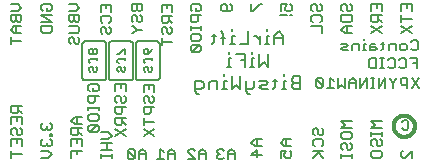
<source format=gbr>
G04 EAGLE Gerber RS-274X export*
G75*
%MOMM*%
%FSLAX34Y34*%
%LPD*%
%INSilkscreen Bottom*%
%IPPOS*%
%AMOC8*
5,1,8,0,0,1.08239X$1,22.5*%
G01*
%ADD10C,0.152400*%
%ADD11C,0.127000*%
%ADD12C,0.177800*%
%ADD13C,0.304800*%
%ADD14C,0.203200*%


D10*
X353060Y91955D02*
X347298Y83312D01*
X353060Y83312D02*
X347298Y91955D01*
X343705Y91955D02*
X343705Y83312D01*
X343705Y91955D02*
X339383Y91955D01*
X337943Y90515D01*
X337943Y87634D01*
X339383Y86193D01*
X343705Y86193D01*
X334350Y90515D02*
X334350Y91955D01*
X334350Y90515D02*
X331469Y87634D01*
X328587Y90515D01*
X328587Y91955D01*
X331469Y87634D02*
X331469Y83312D01*
X324994Y83312D02*
X324994Y91955D01*
X319232Y83312D01*
X319232Y91955D01*
X315639Y83312D02*
X312758Y83312D01*
X314199Y83312D02*
X314199Y91955D01*
X315639Y91955D02*
X312758Y91955D01*
X309402Y91955D02*
X309402Y83312D01*
X303640Y83312D02*
X309402Y91955D01*
X303640Y91955D02*
X303640Y83312D01*
X300047Y83312D02*
X300047Y89074D01*
X297166Y91955D01*
X294285Y89074D01*
X294285Y83312D01*
X294285Y87634D02*
X300047Y87634D01*
X290692Y91955D02*
X290692Y83312D01*
X287811Y86193D01*
X284930Y83312D01*
X284930Y91955D01*
X281337Y89074D02*
X278456Y91955D01*
X278456Y83312D01*
X281337Y83312D02*
X275575Y83312D01*
X271982Y84753D02*
X271982Y90515D01*
X270541Y91955D01*
X267660Y91955D01*
X266219Y90515D01*
X266219Y84753D01*
X267660Y83312D01*
X270541Y83312D01*
X271982Y84753D01*
X266219Y90515D01*
D11*
X313047Y148119D02*
X313047Y154051D01*
X321945Y154051D01*
X321945Y148119D01*
X317496Y151085D02*
X317496Y154051D01*
X321945Y144696D02*
X313047Y144696D01*
X313047Y140247D01*
X314530Y138764D01*
X317496Y138764D01*
X318979Y140247D01*
X318979Y144696D01*
X318979Y141730D02*
X321945Y138764D01*
X321945Y129409D02*
X313047Y135341D01*
X313047Y129409D02*
X321945Y135341D01*
X338447Y148119D02*
X338447Y154051D01*
X347345Y154051D01*
X347345Y148119D01*
X342896Y151085D02*
X342896Y154051D01*
X347345Y141730D02*
X338447Y141730D01*
X338447Y144696D02*
X338447Y138764D01*
X338447Y135341D02*
X347345Y129409D01*
X347345Y135341D02*
X338447Y129409D01*
X296545Y55257D02*
X287647Y55257D01*
X290613Y52292D01*
X287647Y49326D01*
X296545Y49326D01*
X287647Y44419D02*
X287647Y41453D01*
X287647Y44419D02*
X289130Y45902D01*
X295062Y45902D01*
X296545Y44419D01*
X296545Y41453D01*
X295062Y39970D01*
X289130Y39970D01*
X287647Y41453D01*
X287647Y32098D02*
X289130Y30615D01*
X287647Y32098D02*
X287647Y35064D01*
X289130Y36547D01*
X290613Y36547D01*
X292096Y35064D01*
X292096Y32098D01*
X293579Y30615D01*
X295062Y30615D01*
X296545Y32098D01*
X296545Y35064D01*
X295062Y36547D01*
X296545Y27192D02*
X296545Y24226D01*
X296545Y25709D02*
X287647Y25709D01*
X287647Y27192D02*
X287647Y24226D01*
X313047Y55257D02*
X321945Y55257D01*
X316013Y52292D02*
X313047Y55257D01*
X316013Y52292D02*
X313047Y49326D01*
X321945Y49326D01*
X321945Y45902D02*
X321945Y42936D01*
X321945Y44419D02*
X313047Y44419D01*
X313047Y45902D02*
X313047Y42936D01*
X313047Y35217D02*
X314530Y33734D01*
X313047Y35217D02*
X313047Y38183D01*
X314530Y39665D01*
X316013Y39665D01*
X317496Y38183D01*
X317496Y35217D01*
X318979Y33734D01*
X320462Y33734D01*
X321945Y35217D01*
X321945Y38183D01*
X320462Y39665D01*
X313047Y28827D02*
X313047Y25861D01*
X313047Y28827D02*
X314530Y30310D01*
X320462Y30310D01*
X321945Y28827D01*
X321945Y25861D01*
X320462Y24379D01*
X314530Y24379D01*
X313047Y25861D01*
X265000Y43089D02*
X263517Y44572D01*
X263517Y47538D01*
X265000Y49021D01*
X266483Y49021D01*
X267966Y47538D01*
X267966Y44572D01*
X269449Y43089D01*
X270932Y43089D01*
X272415Y44572D01*
X272415Y47538D01*
X270932Y49021D01*
X263517Y35217D02*
X265000Y33734D01*
X263517Y35217D02*
X263517Y38182D01*
X265000Y39665D01*
X270932Y39665D01*
X272415Y38182D01*
X272415Y35217D01*
X270932Y33734D01*
X272415Y30310D02*
X263517Y30310D01*
X269449Y30310D02*
X263517Y24378D01*
X267966Y28827D02*
X272415Y24378D01*
X35130Y148373D02*
X33647Y149856D01*
X33647Y152822D01*
X35130Y154305D01*
X41062Y154305D01*
X42545Y152822D01*
X42545Y149856D01*
X41062Y148373D01*
X38096Y148373D01*
X38096Y151339D01*
X42545Y144950D02*
X33647Y144950D01*
X42545Y139018D01*
X33647Y139018D01*
X33647Y135595D02*
X42545Y135595D01*
X42545Y131146D01*
X41062Y129663D01*
X35130Y129663D01*
X33647Y131146D01*
X33647Y135595D01*
X160139Y149602D02*
X161622Y148119D01*
X160139Y149602D02*
X160139Y152568D01*
X161622Y154051D01*
X167554Y154051D01*
X169037Y152568D01*
X169037Y149602D01*
X167554Y148119D01*
X164588Y148119D01*
X164588Y151085D01*
X169037Y144696D02*
X160139Y144696D01*
X160139Y140247D01*
X161622Y138764D01*
X164588Y138764D01*
X166071Y140247D01*
X166071Y144696D01*
X169037Y135341D02*
X169037Y132375D01*
X169037Y133858D02*
X160139Y133858D01*
X160139Y135341D02*
X160139Y132375D01*
X160139Y127621D02*
X160139Y124655D01*
X160139Y127621D02*
X161622Y129104D01*
X167554Y129104D01*
X169037Y127621D01*
X169037Y124655D01*
X167554Y123172D01*
X161622Y123172D01*
X160139Y124655D01*
X161622Y119749D02*
X167554Y119749D01*
X161622Y119749D02*
X160139Y118266D01*
X160139Y115300D01*
X161622Y113817D01*
X167554Y113817D01*
X169037Y115300D01*
X169037Y118266D01*
X167554Y119749D01*
X161622Y113817D01*
X83939Y147865D02*
X83939Y153797D01*
X92837Y153797D01*
X92837Y147865D01*
X88388Y150831D02*
X88388Y153797D01*
X83939Y139993D02*
X85422Y138510D01*
X83939Y139993D02*
X83939Y142959D01*
X85422Y144442D01*
X91354Y144442D01*
X92837Y142959D01*
X92837Y139993D01*
X91354Y138510D01*
X83939Y130638D02*
X85422Y129155D01*
X83939Y130638D02*
X83939Y133604D01*
X85422Y135087D01*
X86905Y135087D01*
X88388Y133604D01*
X88388Y130638D01*
X89871Y129155D01*
X91354Y129155D01*
X92837Y130638D01*
X92837Y133604D01*
X91354Y135087D01*
X110101Y154051D02*
X118999Y154051D01*
X110101Y154051D02*
X110101Y149602D01*
X111584Y148119D01*
X113067Y148119D01*
X114550Y149602D01*
X116033Y148119D01*
X117516Y148119D01*
X118999Y149602D01*
X118999Y154051D01*
X114550Y154051D02*
X114550Y149602D01*
X110101Y140247D02*
X111584Y138764D01*
X110101Y140247D02*
X110101Y143213D01*
X111584Y144696D01*
X113067Y144696D01*
X114550Y143213D01*
X114550Y140247D01*
X116033Y138764D01*
X117516Y138764D01*
X118999Y140247D01*
X118999Y143213D01*
X117516Y144696D01*
X111584Y135341D02*
X110101Y135341D01*
X111584Y135341D02*
X114550Y132375D01*
X111584Y129409D01*
X110101Y129409D01*
X114550Y132375D02*
X118999Y132375D01*
X135501Y147611D02*
X135501Y153543D01*
X144399Y153543D01*
X144399Y147611D01*
X139950Y150577D02*
X139950Y153543D01*
X144399Y144188D02*
X135501Y144188D01*
X135501Y139739D01*
X136984Y138256D01*
X139950Y138256D01*
X141433Y139739D01*
X141433Y144188D01*
X141433Y141222D02*
X144399Y138256D01*
X135501Y130384D02*
X136984Y128901D01*
X135501Y130384D02*
X135501Y133350D01*
X136984Y134833D01*
X138467Y134833D01*
X139950Y133350D01*
X139950Y130384D01*
X141433Y128901D01*
X142916Y128901D01*
X144399Y130384D01*
X144399Y133350D01*
X142916Y134833D01*
X144399Y122512D02*
X135501Y122512D01*
X135501Y125477D02*
X135501Y119546D01*
X287647Y149602D02*
X289130Y148119D01*
X287647Y149602D02*
X287647Y152568D01*
X289130Y154051D01*
X290613Y154051D01*
X292096Y152568D01*
X292096Y149602D01*
X293579Y148119D01*
X295062Y148119D01*
X296545Y149602D01*
X296545Y152568D01*
X295062Y154051D01*
X296545Y144696D02*
X287647Y144696D01*
X296545Y144696D02*
X296545Y140247D01*
X295062Y138764D01*
X289130Y138764D01*
X287647Y140247D01*
X287647Y144696D01*
X290613Y135341D02*
X296545Y135341D01*
X290613Y135341D02*
X287647Y132375D01*
X290613Y129409D01*
X296545Y129409D01*
X292096Y129409D02*
X292096Y135341D01*
X263730Y148119D02*
X262247Y149602D01*
X262247Y152568D01*
X263730Y154051D01*
X265213Y154051D01*
X266696Y152568D01*
X266696Y149602D01*
X268179Y148119D01*
X269662Y148119D01*
X271145Y149602D01*
X271145Y152568D01*
X269662Y154051D01*
X262247Y140247D02*
X263730Y138764D01*
X262247Y140247D02*
X262247Y143213D01*
X263730Y144696D01*
X269662Y144696D01*
X271145Y143213D01*
X271145Y140247D01*
X269662Y138764D01*
X271145Y135341D02*
X262247Y135341D01*
X271145Y135341D02*
X271145Y129409D01*
X13925Y154305D02*
X7993Y154305D01*
X13925Y154305D02*
X16891Y151339D01*
X13925Y148373D01*
X7993Y148373D01*
X7993Y144950D02*
X16891Y144950D01*
X7993Y144950D02*
X7993Y140501D01*
X9476Y139018D01*
X10959Y139018D01*
X12442Y140501D01*
X13925Y139018D01*
X15408Y139018D01*
X16891Y140501D01*
X16891Y144950D01*
X12442Y144950D02*
X12442Y140501D01*
X10959Y135595D02*
X16891Y135595D01*
X10959Y135595D02*
X7993Y132629D01*
X10959Y129663D01*
X16891Y129663D01*
X12442Y129663D02*
X12442Y135595D01*
X16891Y123274D02*
X7993Y123274D01*
X7993Y126239D02*
X7993Y120308D01*
X57015Y154305D02*
X62947Y154305D01*
X65913Y151339D01*
X62947Y148373D01*
X57015Y148373D01*
X57015Y144950D02*
X65913Y144950D01*
X57015Y144950D02*
X57015Y140501D01*
X58498Y139018D01*
X59981Y139018D01*
X61464Y140501D01*
X62947Y139018D01*
X64430Y139018D01*
X65913Y140501D01*
X65913Y144950D01*
X61464Y144950D02*
X61464Y140501D01*
X64430Y135595D02*
X57015Y135595D01*
X64430Y135595D02*
X65913Y134112D01*
X65913Y131146D01*
X64430Y129663D01*
X57015Y129663D01*
X57015Y121791D02*
X58498Y120308D01*
X57015Y121791D02*
X57015Y124757D01*
X58498Y126239D01*
X59981Y126239D01*
X61464Y124757D01*
X61464Y121791D01*
X62947Y120308D01*
X64430Y120308D01*
X65913Y121791D01*
X65913Y124757D01*
X64430Y126239D01*
X193462Y154051D02*
X194945Y152568D01*
X194945Y149602D01*
X193462Y148119D01*
X187530Y148119D01*
X186047Y149602D01*
X186047Y152568D01*
X187530Y154051D01*
X189013Y154051D01*
X190496Y152568D01*
X190496Y148119D01*
X211447Y148119D02*
X211447Y154051D01*
X211447Y148119D02*
X212930Y148119D01*
X218862Y154051D01*
X220345Y154051D01*
X236847Y154051D02*
X236847Y148119D01*
X236847Y154051D02*
X241296Y154051D01*
X239813Y151085D01*
X239813Y149602D01*
X241296Y148119D01*
X244262Y148119D01*
X245745Y149602D01*
X245745Y152568D01*
X244262Y154051D01*
X244262Y144696D02*
X245745Y144696D01*
X241296Y144696D02*
X235364Y144696D01*
X347345Y30310D02*
X347345Y24378D01*
X347345Y30310D02*
X341413Y24378D01*
X339930Y24378D01*
X338447Y25861D01*
X338447Y28827D01*
X339930Y30310D01*
X245491Y39665D02*
X239559Y39665D01*
X236593Y36700D01*
X239559Y33734D01*
X245491Y33734D01*
X241042Y33734D02*
X241042Y39665D01*
X236593Y30310D02*
X236593Y24378D01*
X236593Y30310D02*
X241042Y30310D01*
X239559Y27344D01*
X239559Y25861D01*
X241042Y24378D01*
X244008Y24378D01*
X245491Y25861D01*
X245491Y28827D01*
X244008Y30310D01*
X220345Y39919D02*
X214413Y39919D01*
X211447Y36954D01*
X214413Y33988D01*
X220345Y33988D01*
X215896Y33988D02*
X215896Y39919D01*
X220345Y26115D02*
X211447Y26115D01*
X215896Y30564D01*
X215896Y24632D01*
X197653Y22860D02*
X197653Y28792D01*
X194688Y31758D01*
X191722Y28792D01*
X191722Y22860D01*
X191722Y27309D02*
X197653Y27309D01*
X188298Y30275D02*
X186815Y31758D01*
X183849Y31758D01*
X182366Y30275D01*
X182366Y28792D01*
X183849Y27309D01*
X185332Y27309D01*
X183849Y27309D02*
X182366Y25826D01*
X182366Y24343D01*
X183849Y22860D01*
X186815Y22860D01*
X188298Y24343D01*
X173015Y22860D02*
X173015Y28792D01*
X170050Y31758D01*
X167084Y28792D01*
X167084Y22860D01*
X167084Y27309D02*
X173015Y27309D01*
X163660Y22860D02*
X157728Y22860D01*
X163660Y22860D02*
X157728Y28792D01*
X157728Y30275D01*
X159211Y31758D01*
X162177Y31758D01*
X163660Y30275D01*
X146599Y28792D02*
X146599Y22860D01*
X146599Y28792D02*
X143634Y31758D01*
X140668Y28792D01*
X140668Y22860D01*
X140668Y27309D02*
X146599Y27309D01*
X137244Y28792D02*
X134278Y31758D01*
X134278Y22860D01*
X137244Y22860D02*
X131312Y22860D01*
X122047Y22860D02*
X122047Y28792D01*
X119081Y31758D01*
X116115Y28792D01*
X116115Y22860D01*
X116115Y27309D02*
X122047Y27309D01*
X112692Y24343D02*
X112692Y30275D01*
X111209Y31758D01*
X108243Y31758D01*
X106760Y30275D01*
X106760Y24343D01*
X108243Y22860D01*
X111209Y22860D01*
X112692Y24343D01*
X106760Y30275D01*
X90379Y45902D02*
X84447Y45902D01*
X90379Y45902D02*
X93345Y42936D01*
X90379Y39970D01*
X84447Y39970D01*
X84447Y36547D02*
X93345Y36547D01*
X88896Y36547D02*
X88896Y30615D01*
X84447Y30615D02*
X93345Y30615D01*
X93345Y27192D02*
X93345Y24226D01*
X93345Y25709D02*
X84447Y25709D01*
X84447Y27192D02*
X84447Y24226D01*
X67945Y58376D02*
X62013Y58376D01*
X59047Y55410D01*
X62013Y52444D01*
X67945Y52444D01*
X63496Y52444D02*
X63496Y58376D01*
X67945Y49021D02*
X59047Y49021D01*
X59047Y44572D01*
X60530Y43089D01*
X63496Y43089D01*
X64979Y44572D01*
X64979Y49021D01*
X64979Y46055D02*
X67945Y43089D01*
X59047Y39665D02*
X59047Y33734D01*
X59047Y39665D02*
X67945Y39665D01*
X67945Y33734D01*
X63496Y36700D02*
X63496Y39665D01*
X67945Y30310D02*
X59047Y30310D01*
X59047Y24379D01*
X63496Y27344D02*
X63496Y30310D01*
X35130Y53698D02*
X33647Y52215D01*
X33647Y49249D01*
X35130Y47766D01*
X36613Y47766D01*
X38096Y49249D01*
X38096Y50732D01*
X38096Y49249D02*
X39579Y47766D01*
X41062Y47766D01*
X42545Y49249D01*
X42545Y52215D01*
X41062Y53698D01*
X41062Y44343D02*
X42545Y44343D01*
X41062Y44343D02*
X41062Y42860D01*
X42545Y42860D01*
X42545Y44343D01*
X35130Y39665D02*
X33647Y38182D01*
X33647Y35217D01*
X35130Y33734D01*
X36613Y33734D01*
X38096Y35217D01*
X38096Y36700D01*
X38096Y35217D02*
X39579Y33734D01*
X41062Y33734D01*
X42545Y35217D01*
X42545Y38182D01*
X41062Y39665D01*
X39579Y30310D02*
X33647Y30310D01*
X39579Y30310D02*
X42545Y27344D01*
X39579Y24378D01*
X33647Y24378D01*
X17145Y67731D02*
X8247Y67731D01*
X8247Y63282D01*
X9730Y61799D01*
X12696Y61799D01*
X14179Y63282D01*
X14179Y67731D01*
X14179Y64765D02*
X17145Y61799D01*
X8247Y58376D02*
X8247Y52444D01*
X8247Y58376D02*
X17145Y58376D01*
X17145Y52444D01*
X12696Y55410D02*
X12696Y58376D01*
X8247Y44572D02*
X9730Y43089D01*
X8247Y44572D02*
X8247Y47538D01*
X9730Y49021D01*
X11213Y49021D01*
X12696Y47538D01*
X12696Y44572D01*
X14179Y43089D01*
X15662Y43089D01*
X17145Y44572D01*
X17145Y47538D01*
X15662Y49021D01*
X8247Y39665D02*
X8247Y33734D01*
X8247Y39665D02*
X17145Y39665D01*
X17145Y33734D01*
X12696Y36700D02*
X12696Y39665D01*
X17145Y27344D02*
X8247Y27344D01*
X8247Y24379D02*
X8247Y30310D01*
X73271Y81784D02*
X74754Y80301D01*
X73271Y81784D02*
X73271Y84750D01*
X74754Y86233D01*
X80686Y86233D01*
X82169Y84750D01*
X82169Y81784D01*
X80686Y80301D01*
X77720Y80301D01*
X77720Y83267D01*
X82169Y76878D02*
X73271Y76878D01*
X73271Y72429D01*
X74754Y70946D01*
X77720Y70946D01*
X79203Y72429D01*
X79203Y76878D01*
X82169Y67523D02*
X82169Y64557D01*
X82169Y66040D02*
X73271Y66040D01*
X73271Y67523D02*
X73271Y64557D01*
X73271Y59803D02*
X73271Y56837D01*
X73271Y59803D02*
X74754Y61286D01*
X80686Y61286D01*
X82169Y59803D01*
X82169Y56837D01*
X80686Y55354D01*
X74754Y55354D01*
X73271Y56837D01*
X74754Y51931D02*
X80686Y51931D01*
X74754Y51931D02*
X73271Y50448D01*
X73271Y47482D01*
X74754Y45999D01*
X80686Y45999D01*
X82169Y47482D01*
X82169Y50448D01*
X80686Y51931D01*
X74754Y45999D01*
X120261Y79793D02*
X120261Y85725D01*
X129159Y85725D01*
X129159Y79793D01*
X124710Y82759D02*
X124710Y85725D01*
X120261Y71921D02*
X121744Y70438D01*
X120261Y71921D02*
X120261Y74887D01*
X121744Y76370D01*
X123227Y76370D01*
X124710Y74887D01*
X124710Y71921D01*
X126193Y70438D01*
X127676Y70438D01*
X129159Y71921D01*
X129159Y74887D01*
X127676Y76370D01*
X129159Y67015D02*
X120261Y67015D01*
X120261Y62566D01*
X121744Y61083D01*
X124710Y61083D01*
X126193Y62566D01*
X126193Y67015D01*
X129159Y54694D02*
X120261Y54694D01*
X120261Y57659D02*
X120261Y51728D01*
X120261Y48304D02*
X129159Y42373D01*
X129159Y48304D02*
X120261Y42373D01*
X96385Y80301D02*
X96385Y86233D01*
X105283Y86233D01*
X105283Y80301D01*
X100834Y83267D02*
X100834Y86233D01*
X96385Y72429D02*
X97868Y70946D01*
X96385Y72429D02*
X96385Y75395D01*
X97868Y76878D01*
X99351Y76878D01*
X100834Y75395D01*
X100834Y72429D01*
X102317Y70946D01*
X103800Y70946D01*
X105283Y72429D01*
X105283Y75395D01*
X103800Y76878D01*
X105283Y67523D02*
X96385Y67523D01*
X96385Y63074D01*
X97868Y61591D01*
X100834Y61591D01*
X102317Y63074D01*
X102317Y67523D01*
X105283Y58167D02*
X96385Y58167D01*
X96385Y53719D01*
X97868Y52236D01*
X100834Y52236D01*
X102317Y53719D01*
X102317Y58167D01*
X102317Y55202D02*
X105283Y52236D01*
X105283Y42881D02*
X96385Y48812D01*
X96385Y42881D02*
X105283Y48812D01*
D10*
X351536Y99822D02*
X351536Y108465D01*
X345774Y108465D01*
X348655Y104144D02*
X351536Y104144D01*
X337859Y108465D02*
X336419Y107025D01*
X337859Y108465D02*
X340740Y108465D01*
X342181Y107025D01*
X342181Y101263D01*
X340740Y99822D01*
X337859Y99822D01*
X336419Y101263D01*
X328504Y108465D02*
X327063Y107025D01*
X328504Y108465D02*
X331385Y108465D01*
X332826Y107025D01*
X332826Y101263D01*
X331385Y99822D01*
X328504Y99822D01*
X327063Y101263D01*
X323470Y99822D02*
X320589Y99822D01*
X322030Y99822D02*
X322030Y108465D01*
X323470Y108465D02*
X320589Y108465D01*
X317234Y108465D02*
X317234Y99822D01*
X312912Y99822D01*
X311471Y101263D01*
X311471Y107025D01*
X312912Y108465D01*
X317234Y108465D01*
X346536Y122265D02*
X347976Y123705D01*
X350857Y123705D01*
X352298Y122265D01*
X352298Y116503D01*
X350857Y115062D01*
X347976Y115062D01*
X346536Y116503D01*
X341502Y115062D02*
X338621Y115062D01*
X337181Y116503D01*
X337181Y119384D01*
X338621Y120824D01*
X341502Y120824D01*
X342943Y119384D01*
X342943Y116503D01*
X341502Y115062D01*
X333588Y115062D02*
X333588Y120824D01*
X329266Y120824D01*
X327825Y119384D01*
X327825Y115062D01*
X322792Y116503D02*
X322792Y122265D01*
X322792Y116503D02*
X321351Y115062D01*
X321351Y120824D02*
X324232Y120824D01*
X316555Y120824D02*
X313674Y120824D01*
X312233Y119384D01*
X312233Y115062D01*
X316555Y115062D01*
X317996Y116503D01*
X316555Y117943D01*
X312233Y117943D01*
X308640Y120824D02*
X307200Y120824D01*
X307200Y115062D01*
X308640Y115062D02*
X305759Y115062D01*
X307200Y123705D02*
X307200Y125146D01*
X302404Y120824D02*
X302404Y115062D01*
X302404Y120824D02*
X298082Y120824D01*
X296641Y119384D01*
X296641Y115062D01*
X293049Y115062D02*
X288727Y115062D01*
X287286Y116503D01*
X288727Y117943D01*
X291608Y117943D01*
X293049Y119384D01*
X291608Y120824D01*
X287286Y120824D01*
D12*
X238280Y120269D02*
X238280Y127557D01*
X234636Y131200D01*
X230992Y127557D01*
X230992Y120269D01*
X230992Y125735D02*
X238280Y125735D01*
X226586Y127557D02*
X224764Y127557D01*
X224764Y120269D01*
X226586Y120269D02*
X222942Y120269D01*
X224764Y131200D02*
X224764Y133022D01*
X218790Y127557D02*
X218790Y120269D01*
X218790Y123913D02*
X215146Y127557D01*
X213324Y127557D01*
X209045Y131200D02*
X209045Y120269D01*
X201757Y120269D01*
X197351Y127557D02*
X195529Y127557D01*
X195529Y120269D01*
X197351Y120269D02*
X193707Y120269D01*
X195529Y131200D02*
X195529Y133022D01*
X187733Y129378D02*
X187733Y120269D01*
X187733Y129378D02*
X185911Y131200D01*
X185911Y125735D02*
X189555Y125735D01*
X179937Y129378D02*
X179937Y122091D01*
X178115Y120269D01*
X178115Y127557D02*
X181759Y127557D01*
X225611Y112150D02*
X225611Y101219D01*
X221967Y104863D01*
X218323Y101219D01*
X218323Y112150D01*
X213917Y108507D02*
X212095Y108507D01*
X212095Y101219D01*
X213917Y101219D02*
X210273Y101219D01*
X212095Y112150D02*
X212095Y113972D01*
X206121Y112150D02*
X206121Y101219D01*
X206121Y112150D02*
X198834Y112150D01*
X202477Y106685D02*
X206121Y106685D01*
X194427Y108507D02*
X192605Y108507D01*
X192605Y101219D01*
X194427Y101219D02*
X190783Y101219D01*
X192605Y112150D02*
X192605Y113972D01*
X252897Y93100D02*
X252897Y82169D01*
X252897Y93100D02*
X247431Y93100D01*
X245609Y91278D01*
X245609Y89457D01*
X247431Y87635D01*
X245609Y85813D01*
X245609Y83991D01*
X247431Y82169D01*
X252897Y82169D01*
X252897Y87635D02*
X247431Y87635D01*
X241203Y89457D02*
X239381Y89457D01*
X239381Y82169D01*
X241203Y82169D02*
X237559Y82169D01*
X239381Y93100D02*
X239381Y94922D01*
X231585Y91278D02*
X231585Y83991D01*
X229763Y82169D01*
X229763Y89457D02*
X233407Y89457D01*
X225611Y82169D02*
X220145Y82169D01*
X218324Y83991D01*
X220145Y85813D01*
X223789Y85813D01*
X225611Y87635D01*
X223789Y89457D01*
X218324Y89457D01*
X213917Y89457D02*
X213917Y83991D01*
X212095Y82169D01*
X206630Y82169D01*
X206630Y80347D02*
X206630Y89457D01*
X206630Y80347D02*
X208451Y78525D01*
X210273Y78525D01*
X202223Y82169D02*
X202223Y93100D01*
X198579Y85813D02*
X202223Y82169D01*
X198579Y85813D02*
X194936Y82169D01*
X194936Y93100D01*
X190529Y89457D02*
X188707Y89457D01*
X188707Y82169D01*
X190529Y82169D02*
X186885Y82169D01*
X188707Y93100D02*
X188707Y94922D01*
X182733Y89457D02*
X182733Y82169D01*
X182733Y89457D02*
X177268Y89457D01*
X175446Y87635D01*
X175446Y82169D01*
X167395Y78525D02*
X165574Y78525D01*
X163752Y80347D01*
X163752Y89457D01*
X169217Y89457D01*
X171039Y87635D01*
X171039Y83991D01*
X169217Y82169D01*
X163752Y82169D01*
D13*
X332015Y50800D02*
X332018Y51020D01*
X332026Y51241D01*
X332039Y51461D01*
X332058Y51680D01*
X332083Y51899D01*
X332112Y52118D01*
X332147Y52335D01*
X332188Y52552D01*
X332233Y52768D01*
X332284Y52982D01*
X332340Y53195D01*
X332402Y53407D01*
X332468Y53617D01*
X332540Y53825D01*
X332617Y54032D01*
X332699Y54236D01*
X332785Y54439D01*
X332877Y54639D01*
X332974Y54838D01*
X333075Y55033D01*
X333182Y55226D01*
X333293Y55417D01*
X333408Y55604D01*
X333528Y55789D01*
X333653Y55971D01*
X333782Y56149D01*
X333916Y56325D01*
X334053Y56497D01*
X334195Y56665D01*
X334341Y56831D01*
X334491Y56992D01*
X334645Y57150D01*
X334803Y57304D01*
X334964Y57454D01*
X335130Y57600D01*
X335298Y57742D01*
X335470Y57879D01*
X335646Y58013D01*
X335824Y58142D01*
X336006Y58267D01*
X336191Y58387D01*
X336378Y58502D01*
X336569Y58613D01*
X336762Y58720D01*
X336957Y58821D01*
X337156Y58918D01*
X337356Y59010D01*
X337559Y59096D01*
X337763Y59178D01*
X337970Y59255D01*
X338178Y59327D01*
X338388Y59393D01*
X338600Y59455D01*
X338813Y59511D01*
X339027Y59562D01*
X339243Y59607D01*
X339460Y59648D01*
X339677Y59683D01*
X339896Y59712D01*
X340115Y59737D01*
X340334Y59756D01*
X340554Y59769D01*
X340775Y59777D01*
X340995Y59780D01*
X341215Y59777D01*
X341436Y59769D01*
X341656Y59756D01*
X341875Y59737D01*
X342094Y59712D01*
X342313Y59683D01*
X342530Y59648D01*
X342747Y59607D01*
X342963Y59562D01*
X343177Y59511D01*
X343390Y59455D01*
X343602Y59393D01*
X343812Y59327D01*
X344020Y59255D01*
X344227Y59178D01*
X344431Y59096D01*
X344634Y59010D01*
X344834Y58918D01*
X345033Y58821D01*
X345228Y58720D01*
X345421Y58613D01*
X345612Y58502D01*
X345799Y58387D01*
X345984Y58267D01*
X346166Y58142D01*
X346344Y58013D01*
X346520Y57879D01*
X346692Y57742D01*
X346860Y57600D01*
X347026Y57454D01*
X347187Y57304D01*
X347345Y57150D01*
X347499Y56992D01*
X347649Y56831D01*
X347795Y56665D01*
X347937Y56497D01*
X348074Y56325D01*
X348208Y56149D01*
X348337Y55971D01*
X348462Y55789D01*
X348582Y55604D01*
X348697Y55417D01*
X348808Y55226D01*
X348915Y55033D01*
X349016Y54838D01*
X349113Y54639D01*
X349205Y54439D01*
X349291Y54236D01*
X349373Y54032D01*
X349450Y53825D01*
X349522Y53617D01*
X349588Y53407D01*
X349650Y53195D01*
X349706Y52982D01*
X349757Y52768D01*
X349802Y52552D01*
X349843Y52335D01*
X349878Y52118D01*
X349907Y51899D01*
X349932Y51680D01*
X349951Y51461D01*
X349964Y51241D01*
X349972Y51020D01*
X349975Y50800D01*
X349972Y50580D01*
X349964Y50359D01*
X349951Y50139D01*
X349932Y49920D01*
X349907Y49701D01*
X349878Y49482D01*
X349843Y49265D01*
X349802Y49048D01*
X349757Y48832D01*
X349706Y48618D01*
X349650Y48405D01*
X349588Y48193D01*
X349522Y47983D01*
X349450Y47775D01*
X349373Y47568D01*
X349291Y47364D01*
X349205Y47161D01*
X349113Y46961D01*
X349016Y46762D01*
X348915Y46567D01*
X348808Y46374D01*
X348697Y46183D01*
X348582Y45996D01*
X348462Y45811D01*
X348337Y45629D01*
X348208Y45451D01*
X348074Y45275D01*
X347937Y45103D01*
X347795Y44935D01*
X347649Y44769D01*
X347499Y44608D01*
X347345Y44450D01*
X347187Y44296D01*
X347026Y44146D01*
X346860Y44000D01*
X346692Y43858D01*
X346520Y43721D01*
X346344Y43587D01*
X346166Y43458D01*
X345984Y43333D01*
X345799Y43213D01*
X345612Y43098D01*
X345421Y42987D01*
X345228Y42880D01*
X345033Y42779D01*
X344834Y42682D01*
X344634Y42590D01*
X344431Y42504D01*
X344227Y42422D01*
X344020Y42345D01*
X343812Y42273D01*
X343602Y42207D01*
X343390Y42145D01*
X343177Y42089D01*
X342963Y42038D01*
X342747Y41993D01*
X342530Y41952D01*
X342313Y41917D01*
X342094Y41888D01*
X341875Y41863D01*
X341656Y41844D01*
X341436Y41831D01*
X341215Y41823D01*
X340995Y41820D01*
X340775Y41823D01*
X340554Y41831D01*
X340334Y41844D01*
X340115Y41863D01*
X339896Y41888D01*
X339677Y41917D01*
X339460Y41952D01*
X339243Y41993D01*
X339027Y42038D01*
X338813Y42089D01*
X338600Y42145D01*
X338388Y42207D01*
X338178Y42273D01*
X337970Y42345D01*
X337763Y42422D01*
X337559Y42504D01*
X337356Y42590D01*
X337156Y42682D01*
X336957Y42779D01*
X336762Y42880D01*
X336569Y42987D01*
X336378Y43098D01*
X336191Y43213D01*
X336006Y43333D01*
X335824Y43458D01*
X335646Y43587D01*
X335470Y43721D01*
X335298Y43858D01*
X335130Y44000D01*
X334964Y44146D01*
X334803Y44296D01*
X334645Y44450D01*
X334491Y44608D01*
X334341Y44769D01*
X334195Y44935D01*
X334053Y45103D01*
X333916Y45275D01*
X333782Y45451D01*
X333653Y45629D01*
X333528Y45811D01*
X333408Y45996D01*
X333293Y46183D01*
X333182Y46374D01*
X333075Y46567D01*
X332974Y46762D01*
X332877Y46961D01*
X332785Y47161D01*
X332699Y47364D01*
X332617Y47568D01*
X332540Y47775D01*
X332468Y47983D01*
X332402Y48193D01*
X332340Y48405D01*
X332284Y48618D01*
X332233Y48832D01*
X332188Y49048D01*
X332147Y49265D01*
X332112Y49482D01*
X332083Y49701D01*
X332058Y49920D01*
X332039Y50139D01*
X332026Y50359D01*
X332018Y50580D01*
X332015Y50800D01*
D14*
X339085Y54785D02*
X340441Y56141D01*
X343152Y56141D01*
X344508Y54785D01*
X344508Y49362D01*
X343152Y48006D01*
X340441Y48006D01*
X339085Y49362D01*
X113538Y92456D02*
X113538Y120396D01*
X131318Y122936D02*
X131418Y122934D01*
X131517Y122928D01*
X131617Y122918D01*
X131715Y122905D01*
X131814Y122887D01*
X131911Y122866D01*
X132007Y122841D01*
X132103Y122812D01*
X132197Y122779D01*
X132290Y122743D01*
X132381Y122703D01*
X132471Y122659D01*
X132559Y122612D01*
X132645Y122562D01*
X132729Y122508D01*
X132811Y122451D01*
X132890Y122391D01*
X132968Y122327D01*
X133042Y122261D01*
X133114Y122192D01*
X133183Y122120D01*
X133249Y122046D01*
X133313Y121968D01*
X133373Y121889D01*
X133430Y121807D01*
X133484Y121723D01*
X133534Y121637D01*
X133581Y121549D01*
X133625Y121459D01*
X133665Y121368D01*
X133701Y121275D01*
X133734Y121181D01*
X133763Y121085D01*
X133788Y120989D01*
X133809Y120892D01*
X133827Y120793D01*
X133840Y120695D01*
X133850Y120595D01*
X133856Y120496D01*
X133858Y120396D01*
X133858Y92456D02*
X133856Y92356D01*
X133850Y92257D01*
X133840Y92157D01*
X133827Y92059D01*
X133809Y91960D01*
X133788Y91863D01*
X133763Y91767D01*
X133734Y91671D01*
X133701Y91577D01*
X133665Y91484D01*
X133625Y91393D01*
X133581Y91303D01*
X133534Y91215D01*
X133484Y91129D01*
X133430Y91045D01*
X133373Y90963D01*
X133313Y90884D01*
X133249Y90806D01*
X133183Y90732D01*
X133114Y90660D01*
X133042Y90591D01*
X132968Y90525D01*
X132890Y90461D01*
X132811Y90401D01*
X132729Y90344D01*
X132645Y90290D01*
X132559Y90240D01*
X132471Y90193D01*
X132381Y90149D01*
X132290Y90109D01*
X132197Y90073D01*
X132103Y90040D01*
X132007Y90011D01*
X131911Y89986D01*
X131814Y89965D01*
X131715Y89947D01*
X131617Y89934D01*
X131517Y89924D01*
X131418Y89918D01*
X131318Y89916D01*
X116078Y89916D02*
X115978Y89918D01*
X115879Y89924D01*
X115779Y89934D01*
X115681Y89947D01*
X115582Y89965D01*
X115485Y89986D01*
X115389Y90011D01*
X115293Y90040D01*
X115199Y90073D01*
X115106Y90109D01*
X115015Y90149D01*
X114925Y90193D01*
X114837Y90240D01*
X114751Y90290D01*
X114667Y90344D01*
X114585Y90401D01*
X114506Y90461D01*
X114428Y90525D01*
X114354Y90591D01*
X114282Y90660D01*
X114213Y90732D01*
X114147Y90806D01*
X114083Y90884D01*
X114023Y90963D01*
X113966Y91045D01*
X113912Y91129D01*
X113862Y91215D01*
X113815Y91303D01*
X113771Y91393D01*
X113731Y91484D01*
X113695Y91577D01*
X113662Y91671D01*
X113633Y91767D01*
X113608Y91863D01*
X113587Y91960D01*
X113569Y92059D01*
X113556Y92157D01*
X113546Y92257D01*
X113540Y92356D01*
X113538Y92456D01*
X113538Y120396D02*
X113540Y120496D01*
X113546Y120595D01*
X113556Y120695D01*
X113569Y120793D01*
X113587Y120892D01*
X113608Y120989D01*
X113633Y121085D01*
X113662Y121181D01*
X113695Y121275D01*
X113731Y121368D01*
X113771Y121459D01*
X113815Y121549D01*
X113862Y121637D01*
X113912Y121723D01*
X113966Y121807D01*
X114023Y121889D01*
X114083Y121968D01*
X114147Y122046D01*
X114213Y122120D01*
X114282Y122192D01*
X114354Y122261D01*
X114428Y122327D01*
X114506Y122391D01*
X114585Y122451D01*
X114667Y122508D01*
X114751Y122562D01*
X114837Y122612D01*
X114925Y122659D01*
X115015Y122703D01*
X115106Y122743D01*
X115199Y122779D01*
X115293Y122812D01*
X115389Y122841D01*
X115485Y122866D01*
X115582Y122887D01*
X115681Y122905D01*
X115779Y122918D01*
X115879Y122928D01*
X115978Y122934D01*
X116078Y122936D01*
X131318Y122936D01*
X131318Y89916D02*
X116078Y89916D01*
X133858Y92456D02*
X133858Y120396D01*
D10*
X126158Y101434D02*
X127260Y100333D01*
X127260Y98130D01*
X126158Y97028D01*
X125056Y97028D01*
X123955Y98130D01*
X123955Y100333D01*
X122853Y101434D01*
X121752Y101434D01*
X120650Y100333D01*
X120650Y98130D01*
X121752Y97028D01*
X121752Y104512D02*
X120650Y105614D01*
X120650Y106715D01*
X121752Y107817D01*
X127260Y107817D01*
X127260Y106715D02*
X127260Y108919D01*
X126158Y114199D02*
X127260Y116403D01*
X126158Y114199D02*
X123955Y111996D01*
X121752Y111996D01*
X120650Y113098D01*
X120650Y115301D01*
X121752Y116403D01*
X122853Y116403D01*
X123955Y115301D01*
X123955Y111996D01*
D14*
X90932Y120396D02*
X90932Y92456D01*
X111252Y120396D02*
X111250Y120496D01*
X111244Y120595D01*
X111234Y120695D01*
X111221Y120793D01*
X111203Y120892D01*
X111182Y120989D01*
X111157Y121085D01*
X111128Y121181D01*
X111095Y121275D01*
X111059Y121368D01*
X111019Y121459D01*
X110975Y121549D01*
X110928Y121637D01*
X110878Y121723D01*
X110824Y121807D01*
X110767Y121889D01*
X110707Y121968D01*
X110643Y122046D01*
X110577Y122120D01*
X110508Y122192D01*
X110436Y122261D01*
X110362Y122327D01*
X110284Y122391D01*
X110205Y122451D01*
X110123Y122508D01*
X110039Y122562D01*
X109953Y122612D01*
X109865Y122659D01*
X109775Y122703D01*
X109684Y122743D01*
X109591Y122779D01*
X109497Y122812D01*
X109401Y122841D01*
X109305Y122866D01*
X109208Y122887D01*
X109109Y122905D01*
X109011Y122918D01*
X108911Y122928D01*
X108812Y122934D01*
X108712Y122936D01*
X111252Y92456D02*
X111250Y92356D01*
X111244Y92257D01*
X111234Y92157D01*
X111221Y92059D01*
X111203Y91960D01*
X111182Y91863D01*
X111157Y91767D01*
X111128Y91671D01*
X111095Y91577D01*
X111059Y91484D01*
X111019Y91393D01*
X110975Y91303D01*
X110928Y91215D01*
X110878Y91129D01*
X110824Y91045D01*
X110767Y90963D01*
X110707Y90884D01*
X110643Y90806D01*
X110577Y90732D01*
X110508Y90660D01*
X110436Y90591D01*
X110362Y90525D01*
X110284Y90461D01*
X110205Y90401D01*
X110123Y90344D01*
X110039Y90290D01*
X109953Y90240D01*
X109865Y90193D01*
X109775Y90149D01*
X109684Y90109D01*
X109591Y90073D01*
X109497Y90040D01*
X109401Y90011D01*
X109305Y89986D01*
X109208Y89965D01*
X109109Y89947D01*
X109011Y89934D01*
X108911Y89924D01*
X108812Y89918D01*
X108712Y89916D01*
X93472Y89916D02*
X93372Y89918D01*
X93273Y89924D01*
X93173Y89934D01*
X93075Y89947D01*
X92976Y89965D01*
X92879Y89986D01*
X92783Y90011D01*
X92687Y90040D01*
X92593Y90073D01*
X92500Y90109D01*
X92409Y90149D01*
X92319Y90193D01*
X92231Y90240D01*
X92145Y90290D01*
X92061Y90344D01*
X91979Y90401D01*
X91900Y90461D01*
X91822Y90525D01*
X91748Y90591D01*
X91676Y90660D01*
X91607Y90732D01*
X91541Y90806D01*
X91477Y90884D01*
X91417Y90963D01*
X91360Y91045D01*
X91306Y91129D01*
X91256Y91215D01*
X91209Y91303D01*
X91165Y91393D01*
X91125Y91484D01*
X91089Y91577D01*
X91056Y91671D01*
X91027Y91767D01*
X91002Y91863D01*
X90981Y91960D01*
X90963Y92059D01*
X90950Y92157D01*
X90940Y92257D01*
X90934Y92356D01*
X90932Y92456D01*
X90932Y120396D02*
X90934Y120496D01*
X90940Y120595D01*
X90950Y120695D01*
X90963Y120793D01*
X90981Y120892D01*
X91002Y120989D01*
X91027Y121085D01*
X91056Y121181D01*
X91089Y121275D01*
X91125Y121368D01*
X91165Y121459D01*
X91209Y121549D01*
X91256Y121637D01*
X91306Y121723D01*
X91360Y121807D01*
X91417Y121889D01*
X91477Y121968D01*
X91541Y122046D01*
X91607Y122120D01*
X91676Y122192D01*
X91748Y122261D01*
X91822Y122327D01*
X91900Y122391D01*
X91979Y122451D01*
X92061Y122508D01*
X92145Y122562D01*
X92231Y122612D01*
X92319Y122659D01*
X92409Y122703D01*
X92500Y122743D01*
X92593Y122779D01*
X92687Y122812D01*
X92783Y122841D01*
X92879Y122866D01*
X92976Y122887D01*
X93075Y122905D01*
X93173Y122918D01*
X93273Y122928D01*
X93372Y122934D01*
X93472Y122936D01*
X108712Y122936D01*
X108712Y89916D02*
X93472Y89916D01*
X111252Y92456D02*
X111252Y120396D01*
D10*
X103552Y101434D02*
X104654Y100333D01*
X104654Y98130D01*
X103552Y97028D01*
X102450Y97028D01*
X101349Y98130D01*
X101349Y100333D01*
X100247Y101434D01*
X99146Y101434D01*
X98044Y100333D01*
X98044Y98130D01*
X99146Y97028D01*
X99146Y104512D02*
X98044Y105614D01*
X98044Y106715D01*
X99146Y107817D01*
X104654Y107817D01*
X104654Y106715D02*
X104654Y108919D01*
X104654Y111996D02*
X104654Y116403D01*
X103552Y116403D01*
X99146Y111996D01*
X98044Y111996D01*
D14*
X68326Y120396D02*
X68326Y92456D01*
X88646Y120396D02*
X88644Y120496D01*
X88638Y120595D01*
X88628Y120695D01*
X88615Y120793D01*
X88597Y120892D01*
X88576Y120989D01*
X88551Y121085D01*
X88522Y121181D01*
X88489Y121275D01*
X88453Y121368D01*
X88413Y121459D01*
X88369Y121549D01*
X88322Y121637D01*
X88272Y121723D01*
X88218Y121807D01*
X88161Y121889D01*
X88101Y121968D01*
X88037Y122046D01*
X87971Y122120D01*
X87902Y122192D01*
X87830Y122261D01*
X87756Y122327D01*
X87678Y122391D01*
X87599Y122451D01*
X87517Y122508D01*
X87433Y122562D01*
X87347Y122612D01*
X87259Y122659D01*
X87169Y122703D01*
X87078Y122743D01*
X86985Y122779D01*
X86891Y122812D01*
X86795Y122841D01*
X86699Y122866D01*
X86602Y122887D01*
X86503Y122905D01*
X86405Y122918D01*
X86305Y122928D01*
X86206Y122934D01*
X86106Y122936D01*
X88646Y92456D02*
X88644Y92356D01*
X88638Y92257D01*
X88628Y92157D01*
X88615Y92059D01*
X88597Y91960D01*
X88576Y91863D01*
X88551Y91767D01*
X88522Y91671D01*
X88489Y91577D01*
X88453Y91484D01*
X88413Y91393D01*
X88369Y91303D01*
X88322Y91215D01*
X88272Y91129D01*
X88218Y91045D01*
X88161Y90963D01*
X88101Y90884D01*
X88037Y90806D01*
X87971Y90732D01*
X87902Y90660D01*
X87830Y90591D01*
X87756Y90525D01*
X87678Y90461D01*
X87599Y90401D01*
X87517Y90344D01*
X87433Y90290D01*
X87347Y90240D01*
X87259Y90193D01*
X87169Y90149D01*
X87078Y90109D01*
X86985Y90073D01*
X86891Y90040D01*
X86795Y90011D01*
X86699Y89986D01*
X86602Y89965D01*
X86503Y89947D01*
X86405Y89934D01*
X86305Y89924D01*
X86206Y89918D01*
X86106Y89916D01*
X70866Y89916D02*
X70766Y89918D01*
X70667Y89924D01*
X70567Y89934D01*
X70469Y89947D01*
X70370Y89965D01*
X70273Y89986D01*
X70177Y90011D01*
X70081Y90040D01*
X69987Y90073D01*
X69894Y90109D01*
X69803Y90149D01*
X69713Y90193D01*
X69625Y90240D01*
X69539Y90290D01*
X69455Y90344D01*
X69373Y90401D01*
X69294Y90461D01*
X69216Y90525D01*
X69142Y90591D01*
X69070Y90660D01*
X69001Y90732D01*
X68935Y90806D01*
X68871Y90884D01*
X68811Y90963D01*
X68754Y91045D01*
X68700Y91129D01*
X68650Y91215D01*
X68603Y91303D01*
X68559Y91393D01*
X68519Y91484D01*
X68483Y91577D01*
X68450Y91671D01*
X68421Y91767D01*
X68396Y91863D01*
X68375Y91960D01*
X68357Y92059D01*
X68344Y92157D01*
X68334Y92257D01*
X68328Y92356D01*
X68326Y92456D01*
X68326Y120396D02*
X68328Y120496D01*
X68334Y120595D01*
X68344Y120695D01*
X68357Y120793D01*
X68375Y120892D01*
X68396Y120989D01*
X68421Y121085D01*
X68450Y121181D01*
X68483Y121275D01*
X68519Y121368D01*
X68559Y121459D01*
X68603Y121549D01*
X68650Y121637D01*
X68700Y121723D01*
X68754Y121807D01*
X68811Y121889D01*
X68871Y121968D01*
X68935Y122046D01*
X69001Y122120D01*
X69070Y122192D01*
X69142Y122261D01*
X69216Y122327D01*
X69294Y122391D01*
X69373Y122451D01*
X69455Y122508D01*
X69539Y122562D01*
X69625Y122612D01*
X69713Y122659D01*
X69803Y122703D01*
X69894Y122743D01*
X69987Y122779D01*
X70081Y122812D01*
X70177Y122841D01*
X70273Y122866D01*
X70370Y122887D01*
X70469Y122905D01*
X70567Y122918D01*
X70667Y122928D01*
X70766Y122934D01*
X70866Y122936D01*
X86106Y122936D01*
X86106Y89916D02*
X70866Y89916D01*
X88646Y92456D02*
X88646Y120396D01*
D10*
X79676Y101434D02*
X80778Y100333D01*
X80778Y98130D01*
X79676Y97028D01*
X78574Y97028D01*
X77473Y98130D01*
X77473Y100333D01*
X76371Y101434D01*
X75270Y101434D01*
X74168Y100333D01*
X74168Y98130D01*
X75270Y97028D01*
X75270Y104512D02*
X74168Y105614D01*
X74168Y106715D01*
X75270Y107817D01*
X80778Y107817D01*
X80778Y106715D02*
X80778Y108919D01*
X79676Y111996D02*
X80778Y113098D01*
X80778Y115301D01*
X79676Y116403D01*
X78574Y116403D01*
X77473Y115301D01*
X76371Y116403D01*
X75270Y116403D01*
X74168Y115301D01*
X74168Y113098D01*
X75270Y111996D01*
X76371Y111996D01*
X77473Y113098D01*
X78574Y111996D01*
X79676Y111996D01*
X77473Y113098D02*
X77473Y115301D01*
M02*

</source>
